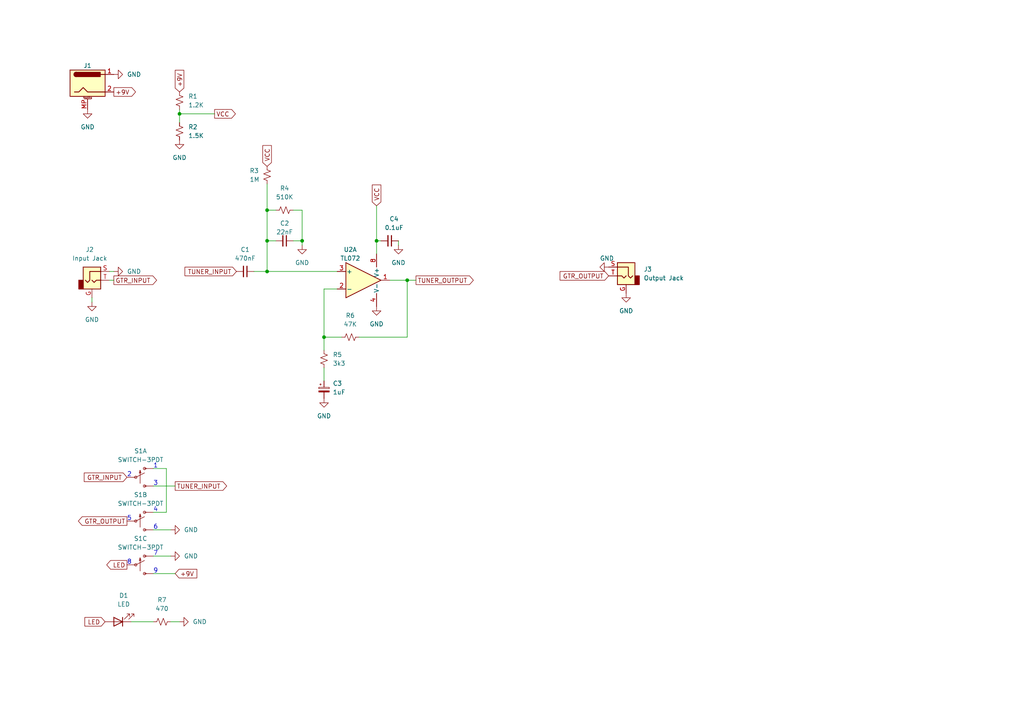
<source format=kicad_sch>
(kicad_sch (version 20211123) (generator eeschema)
  (paper "A4")
  (title_block (title "Finus - Digital Tuner") (date "2022-12-14") (rev "1.0") (company "Beseta") (comment 1 "Designed by Emilio Bernal") (comment 2 "ATTiny Version"))
  (lib_symbols
    (symbol "Amplifier_Operational:TL072" (pin_names (offset 0.127))
      (property "Reference" "U" (at 0 5.08 0))
      (property "Value" "TL072" (at 0 -5.08 0))
      (symbol "TL072_1_1"
        (polyline (pts (xy -5.08 5.08) (xy 5.08 0) (xy -5.08 -5.08) (xy -5.08 5.08)) (stroke (width 0.254)) (fill (type background)))
        (pin output line (at 7.62 0 180) (length 2.54) (name "~") (number "1"))
        (pin input line (at -7.62 -2.54 0) (length 2.54) (name "-") (number "2"))
        (pin input line (at -7.62 2.54 0) (length 2.54) (name "+") (number "3"))
      )
      (symbol "TL072_2_1"
        (polyline (pts (xy -5.08 5.08) (xy 5.08 0) (xy -5.08 -5.08) (xy -5.08 5.08)) (stroke (width 0.254)) (fill (type background)))
        (pin input line (at -7.62 2.54 0) (length 2.54) (name "+") (number "5"))
        (pin input line (at -7.62 -2.54 0) (length 2.54) (name "-") (number "6"))
        (pin output line (at 7.62 0 180) (length 2.54) (name "~") (number "7"))
      )
      (symbol "TL072_3_1"
        (pin power_in line (at -2.54 -7.62 90) (length 3.81) (name "V-") (number "4"))
        (pin power_in line (at -2.54 7.62 270) (length 3.81) (name "V+") (number "8"))
      )
    )
    (symbol "Connector:AudioJack2_Ground"
      (property "Reference" "J" (at 0 8.89 0))
      (property "Value" "AudioJack2_Ground" (at 0 6.35 0))
      (symbol "AudioJack2_Ground_0_1"
        (rectangle (start -2.54 -2.54) (end -3.81 0) (stroke (width 0.254)) (fill (type outline)))
        (polyline (pts (xy 0 0) (xy 0.635 -0.635) (xy 1.27 0) (xy 2.54 0)) (stroke (width 0.254)))
        (polyline (pts (xy 2.54 2.54) (xy -0.635 2.54) (xy -0.635 0) (xy -1.27 -0.635) (xy -1.905 0)) (stroke (width 0.254)))
        (rectangle (start 2.54 3.81) (end -2.54 -2.54) (stroke (width 0.254)) (fill (type background)))
      )
      (symbol "AudioJack2_Ground_1_1"
        (pin passive line (at 0 -5.08 90) (length 2.54) (name "~") (number "G"))
        (pin passive line (at 5.08 2.54 180) (length 2.54) (name "~") (number "S"))
        (pin passive line (at 5.08 0 180) (length 2.54) (name "~") (number "T"))
      )
    )
    (symbol "Connector:Barrel_Jack_MountingPin" (pin_names hide)
      (property "Reference" "J" (at 0 5.334 0))
      (property "Value" "Barrel_Jack_MountingPin" (at 1.27 -6.35 0))
      (symbol "Barrel_Jack_MountingPin_0_1"
        (rectangle (start -5.08 3.81) (end 5.08 -3.81) (stroke (width 0.254)) (fill (type background)))
        (arc (start -3.302 3.175) (mid -3.937 2.54) (end -3.302 1.905) (stroke (width 0.254)))
        (arc (start -3.302 3.175) (mid -3.937 2.54) (end -3.302 1.905) (stroke (width 0.254)) (fill (type outline)))
        (polyline (pts (xy 5.08 2.54) (xy 3.81 2.54)) (stroke (width 0.254)))
        (polyline (pts (xy -3.81 -2.54) (xy -2.54 -2.54) (xy -1.27 -1.27) (xy 0 -2.54) (xy 2.54 -2.54) (xy 5.08 -2.54)) (stroke (width 0.254)))
        (rectangle (start 3.683 3.175) (end -3.302 1.905) (stroke (width 0.254)) (fill (type outline)))
      )
      (symbol "Barrel_Jack_MountingPin_1_1"
        (polyline (pts (xy -1.016 -4.572) (xy 1.016 -4.572)) (stroke (width 0.1524)))
        (text "Mounting" (at 0 -4.191 0) (effects (font (size 0.381 0.381))))
        (pin passive line (at 7.62 2.54 180) (length 2.54) (name "~") (number "1"))
        (pin passive line (at 7.62 -2.54 180) (length 2.54) (name "~") (number "2"))
        (pin passive line (at 0 -7.62 90) (length 3.048) (name "MountPin") (number "MP"))
      )
    )
    (symbol "Device:C_Polarized_Small" (pin_numbers hide) (pin_names (offset 0.254) hide)
      (property "Reference" "C" (at 0.254 1.778 0))
      (property "Value" "C_Polarized_Small" (at 0.254 -2.032 0))
      (symbol "C_Polarized_Small_0_1"
        (rectangle (start -1.524 -0.3048) (end 1.524 -0.6858) (fill (type outline)))
        (rectangle (start -1.524 0.6858) (end 1.524 0.3048))
        (polyline (pts (xy -1.27 1.524) (xy -0.762 1.524)))
        (polyline (pts (xy -1.016 1.27) (xy -1.016 1.778)))
      )
      (symbol "C_Polarized_Small_1_1"
        (pin passive line (at 0 2.54 270) (length 1.8542) (name "~") (number "1"))
        (pin passive line (at 0 -2.54 90) (length 1.8542) (name "~") (number "2"))
      )
    )
    (symbol "Device:C_Small" (pin_numbers hide) (pin_names (offset 0.254) hide)
      (property "Reference" "C" (at 0.254 1.778 0))
      (property "Value" "C_Small" (at 0.254 -2.032 0))
      (symbol "C_Small_0_1"
        (polyline (pts (xy -1.524 -0.508) (xy 1.524 -0.508)) (stroke (width 0.3302)))
        (polyline (pts (xy -1.524 0.508) (xy 1.524 0.508)) (stroke (width 0.3048)))
      )
      (symbol "C_Small_1_1"
        (pin passive line (at 0 2.54 270) (length 2.032) (name "~") (number "1"))
        (pin passive line (at 0 -2.54 90) (length 2.032) (name "~") (number "2"))
      )
    )
    (symbol "Device:LED" (pin_numbers hide) (pin_names (offset 1.016) hide)
      (property "Reference" "D" (at 0 2.54 0))
      (property "Value" "LED" (at 0 -2.54 0))
      (symbol "LED_0_1"
        (polyline (pts (xy -1.27 -1.27) (xy -1.27 1.27)) (stroke (width 0.254)))
        (polyline (pts (xy -1.27 0) (xy 1.27 0)))
        (polyline (pts (xy 1.27 -1.27) (xy 1.27 1.27) (xy -1.27 0) (xy 1.27 -1.27)) (stroke (width 0.254)))
        (polyline (pts (xy -3.048 -0.762) (xy -4.572 -2.286) (xy -3.81 -2.286) (xy -4.572 -2.286) (xy -4.572 -1.524)))
        (polyline (pts (xy -1.778 -0.762) (xy -3.302 -2.286) (xy -2.54 -2.286) (xy -3.302 -2.286) (xy -3.302 -1.524)))
      )
      (symbol "LED_1_1"
        (pin passive line (at -3.81 0 0) (length 2.54) (name "K") (number "1"))
        (pin passive line (at 3.81 0 180) (length 2.54) (name "A") (number "2"))
      )
    )
    (symbol "Device:R_Small_US" (pin_numbers hide) (pin_names (offset 0.254) hide)
      (property "Reference" "R" (at 0.762 0.508 0))
      (property "Value" "R_Small_US" (at 0.762 -1.016 0))
      (symbol "R_Small_US_1_1"
        (polyline (pts (xy 0 0) (xy 1.016 -0.381) (xy 0 -0.762) (xy -1.016 -1.143) (xy 0 -1.524)))
        (polyline (pts (xy 0 1.524) (xy 1.016 1.143) (xy 0 0.762) (xy -1.016 0.381) (xy 0 0)))
        (pin passive line (at 0 2.54 270) (length 1.016) (name "~") (number "1"))
        (pin passive line (at 0 -2.54 90) (length 1.016) (name "~") (number "2"))
      )
    )
    (symbol "SparkFun-Electromechanical:SWITCH-3PDT" (pin_numbers hide) (pin_names (offset 1.016) hide)
      (property "Reference" "S" (at -4.445 -6.35 0))
      (property "Value" "SWITCH-3PDT" (at -5.08 3.81 0))
      (symbol "SWITCH-3PDT_1_0"
        (polyline (pts (xy -2.54 0) (xy 0 1.27)))
        (polyline (pts (xy -1.524 1.27) (xy -1.016 1.27)))
        (polyline (pts (xy -1.27 -1.778) (xy -1.27 2.032)))
        (polyline (pts (xy -1.27 2.032) (xy -1.524 1.27)))
        (polyline (pts (xy -1.016 1.27) (xy -1.27 2.032)))
        (polyline (pts (xy 0 -2.54) (xy 0.635 -2.54)))
        (polyline (pts (xy 0 2.54) (xy 0.635 2.54)))
      )
      (symbol "SWITCH-3PDT_1_1"
        (circle (center -2.54 0) (radius 0.3556))
        (circle (center 0 -2.54) (radius 0.3556))
        (circle (center 0 2.54) (radius 0.3556))
        (pin passive line (at 2.54 2.54 180) (length 2.54) (name "O") (number "P$1"))
        (pin passive line (at -5.08 0 0) (length 2.54) (name "P") (number "P$2"))
        (pin passive line (at 2.54 -2.54 180) (length 2.54) (name "S") (number "P$3"))
      )
      (symbol "SWITCH-3PDT_2_0"
        (polyline (pts (xy -2.54 0) (xy 0 1.27)))
        (polyline (pts (xy -1.524 1.27) (xy -1.016 1.27)))
        (polyline (pts (xy -1.27 -1.778) (xy -1.27 2.032)))
        (polyline (pts (xy -1.27 2.032) (xy -1.524 1.27)))
        (polyline (pts (xy -1.016 1.27) (xy -1.27 2.032)))
        (polyline (pts (xy 0 -2.54) (xy 0.635 -2.54)))
        (polyline (pts (xy 0 2.54) (xy 0.635 2.54)))
      )
      (symbol "SWITCH-3PDT_2_1"
        (circle (center -2.54 0) (radius 0.3556))
        (circle (center 0 -2.54) (radius 0.3556))
        (circle (center 0 2.54) (radius 0.3556))
        (pin passive line (at 2.54 2.54 180) (length 2.54) (name "O") (number "P$4"))
        (pin passive line (at -5.08 0 0) (length 2.54) (name "P") (number "P$5"))
        (pin passive line (at 2.54 -2.54 180) (length 2.54) (name "S") (number "P$6"))
      )
      (symbol "SWITCH-3PDT_3_0"
        (polyline (pts (xy -2.54 0) (xy 0 1.27)))
        (polyline (pts (xy -1.524 1.27) (xy -1.016 1.27)))
        (polyline (pts (xy -1.27 -1.778) (xy -1.27 2.032)))
        (polyline (pts (xy -1.27 2.032) (xy -1.524 1.27)))
        (polyline (pts (xy -1.016 1.27) (xy -1.27 2.032)))
        (polyline (pts (xy 0 -2.54) (xy 0.635 -2.54)))
        (polyline (pts (xy 0 2.54) (xy 0.635 2.54)))
      )
      (symbol "SWITCH-3PDT_3_1"
        (circle (center -2.54 0) (radius 0.3556))
        (circle (center 0 -2.54) (radius 0.3556))
        (circle (center 0 2.54) (radius 0.3556))
        (pin passive line (at 2.54 2.54 180) (length 2.54) (name "O") (number "P$7"))
        (pin passive line (at -5.08 0 0) (length 2.54) (name "P") (number "P$8"))
        (pin passive line (at 2.54 -2.54 180) (length 2.54) (name "S") (number "P$9"))
      )
    )
    (symbol "power:GND" (power) (pin_names (offset 0))
      (property "Value" "GND" (at 0 -3.81 0))
      (symbol "GND_0_1"
        (polyline (pts (xy 0 0) (xy 0 -1.27) (xy 1.27 -1.27) (xy 0 -2.54) (xy -1.27 -1.27) (xy 0 -1.27)))
      )
      (symbol "GND_1_1"
        (pin power_in line (at 0 0 270) (length 0) hide (name "GND") (number "1"))
      )
    )
  )
  (junction (at 77.47 69.85))
  (junction (at 52.07 33.02))
  (junction (at 77.47 60.96))
  (junction (at 109.22 69.85))
  (junction (at 77.47 78.74))
  (junction (at 93.98 97.79))
  (junction (at 87.63 69.85))
  (junction (at 118.11 81.28))
  (wire (pts (xy 77.47 69.85) (xy 77.47 78.74)))
  (wire (pts (xy 109.22 59.69) (xy 109.22 69.85)))
  (wire (pts (xy 38.1 180.34) (xy 44.45 180.34)))
  (wire (pts (xy 118.11 81.28) (xy 113.03 81.28)))
  (wire (pts (xy 31.75 81.28) (xy 33.02 81.28)))
  (wire (pts (xy 87.63 60.96) (xy 87.63 69.85)))
  (wire (pts (xy 120.65 81.28) (xy 118.11 81.28)))
  (wire (pts (xy 93.98 83.82) (xy 97.79 83.82)))
  (wire (pts (xy 109.22 69.85) (xy 109.22 73.66)))
  (wire (pts (xy 77.47 53.34) (xy 77.47 60.96)))
  (wire (pts (xy 110.49 69.85) (xy 109.22 69.85)))
  (wire (pts (xy 44.45 161.29) (xy 49.53 161.29)))
  (wire (pts (xy 48.26 148.59) (xy 48.26 135.89)))
  (wire (pts (xy 87.63 69.85) (xy 85.09 69.85)))
  (wire (pts (xy 49.53 153.67) (xy 44.45 153.67)))
  (wire (pts (xy 115.57 69.85) (xy 115.57 71.12)))
  (wire (pts (xy 48.26 135.89) (xy 44.45 135.89)))
  (wire (pts (xy 93.98 97.79) (xy 93.98 101.6)))
  (wire (pts (xy 87.63 60.96) (xy 85.09 60.96)))
  (wire (pts (xy 87.63 69.85) (xy 87.63 71.12)))
  (wire (pts (xy 52.07 31.75) (xy 52.07 33.02)))
  (wire (pts (xy 52.07 33.02) (xy 62.23 33.02)))
  (wire (pts (xy 44.45 140.97) (xy 50.8 140.97)))
  (wire (pts (xy 118.11 97.79) (xy 104.14 97.79)))
  (wire (pts (xy 52.07 33.02) (xy 52.07 35.56)))
  (wire (pts (xy 93.98 83.82) (xy 93.98 97.79)))
  (wire (pts (xy 26.67 86.36) (xy 26.67 87.63)))
  (wire (pts (xy 77.47 78.74) (xy 97.79 78.74)))
  (wire (pts (xy 50.8 166.37) (xy 44.45 166.37)))
  (wire (pts (xy 93.98 110.49) (xy 93.98 106.68)))
  (wire (pts (xy 44.45 148.59) (xy 48.26 148.59)))
  (wire (pts (xy 118.11 81.28) (xy 118.11 97.79)))
  (wire (pts (xy 31.75 78.74) (xy 33.02 78.74)))
  (wire (pts (xy 77.47 60.96) (xy 80.01 60.96)))
  (wire (pts (xy 80.01 69.85) (xy 77.47 69.85)))
  (wire (pts (xy 77.47 69.85) (xy 77.47 60.96)))
  (wire (pts (xy 52.07 180.34) (xy 49.53 180.34)))
  (wire (pts (xy 73.66 78.74) (xy 77.47 78.74)))
  (wire (pts (xy 93.98 97.79) (xy 99.06 97.79)))
  (text "5" (at 36.83 151.13 0) (effects (font (size 1.27 1.27)) (justify left bottom)))
  (text "3" (at 44.45 140.97 0) (effects (font (size 1.27 1.27)) (justify left bottom)))
  (text "2" (at 36.83 138.43 0) (effects (font (size 1.27 1.27)) (justify left bottom)))
  (text "8" (at 36.83 163.83 0) (effects (font (size 1.27 1.27)) (justify left bottom)))
  (text "9" (at 44.45 166.37 0) (effects (font (size 1.27 1.27)) (justify left bottom)))
  (text "1\n" (at 44.45 135.89 0) (effects (font (size 1.27 1.27)) (justify left bottom)))
  (text "6" (at 44.45 153.67 0) (effects (font (size 1.27 1.27)) (justify left bottom)))
  (text "7" (at 44.45 161.29 0) (effects (font (size 1.27 1.27)) (justify left bottom)))
  (text "4" (at 44.45 148.59 0) (effects (font (size 1.27 1.27)) (justify left bottom)))
  (global_label "LED" (shape output) (at 36.83 163.83 180) (property "Intersheet References" "${INTERSHEET_REFS}" (effects hide)))
  (global_label "TUNER_OUTPUT" (shape output) (at 120.65 81.28 0) (property "Intersheet References" "${INTERSHEET_REFS}" (effects hide)))
  (global_label "GTR_INPUT" (shape input) (at 36.83 138.43 180) (property "Intersheet References" "${INTERSHEET_REFS}" (effects hide)))
  (global_label "GTR_OUTPUT" (shape input) (at 176.53 80.01 180) (property "Intersheet References" "${INTERSHEET_REFS}" (effects hide)))
  (global_label "TUNER_INPUT" (shape output) (at 50.8 140.97 0) (property "Intersheet References" "${INTERSHEET_REFS}" (effects hide)))
  (global_label "VCC" (shape input) (at 77.47 48.26 90) (property "Intersheet References" "${INTERSHEET_REFS}" (effects hide)))
  (global_label "VCC" (shape output) (at 62.23 33.02 0) (property "Intersheet References" "${INTERSHEET_REFS}" (effects hide)))
  (global_label "VCC" (shape input) (at 109.22 59.69 90) (property "Intersheet References" "${INTERSHEET_REFS}" (effects hide)))
  (global_label "+9V" (shape input) (at 50.8 166.37 0) (property "Intersheet References" "${INTERSHEET_REFS}" (effects hide)))
  (global_label "GTR_INPUT" (shape output) (at 33.02 81.28 0) (property "Intersheet References" "${INTERSHEET_REFS}" (effects hide)))
  (global_label "+9V" (shape output) (at 33.02 26.67 0) (property "Intersheet References" "${INTERSHEET_REFS}" (effects hide)))
  (global_label "GTR_OUTPUT" (shape output) (at 36.83 151.13 180) (property "Intersheet References" "${INTERSHEET_REFS}" (effects hide)))
  (global_label "TUNER_INPUT" (shape input) (at 68.58 78.74 180) (property "Intersheet References" "${INTERSHEET_REFS}" (effects hide)))
  (global_label "+9V" (shape input) (at 52.07 26.67 90) (property "Intersheet References" "${INTERSHEET_REFS}" (effects hide)))
  (global_label "LED" (shape input) (at 30.48 180.34 180) (property "Intersheet References" "${INTERSHEET_REFS}" (effects hide)))
  (symbol (lib_id "Connector:Barrel_Jack_MountingPin") (at 25.4 24.13 0) (unit 1)
    (property "Reference" "J1" (at 25.4 19.05 0))
    (property "Value" "DC Jack" (effects hide))
    (property "Footprint" "Connector_BarrelJack:BarrelJack_CLIFF_FC681465S_SMT_Horizontal" (effects hide))
  )
  (symbol (lib_id "Amplifier_Operational:TL072") (at 105.41 81.28 0) (unit 1)
    (property "Reference" "U2" (at 101.6 72.39 0))
    (property "Value" "TL072" (at 101.6 74.93 0))
    (property "Datasheet" "http://www.ti.com/lit/ds/symlink/tl071.pdf" (effects hide))
  )
  (symbol (lib_id "power:GND") (at 115.57 71.12 0) (unit 1)
    (property "Reference" "#PWR0109" (effects hide))
    (property "Value" "GND" (at 115.57 76.2 0))
  )
  (symbol (lib_id "Device:C_Small") (at 82.55 69.85 270) (unit 1)
    (property "Reference" "C2" (at 82.5564 64.77 90))
    (property "Value" "22nF" (at 82.55 67.31 90))
  )
  (symbol (lib_id "power:GND") (at 181.61 85.09 0) (unit 1)
    (property "Reference" "#PWR05" (effects hide))
    (property "Value" "GND" (at 181.61 90.17 0))
  )
  (symbol (lib_id "power:GND") (at 25.4 31.75 0) (unit 1)
    (property "Reference" "#PWR08" (effects hide))
    (property "Value" "GND" (at 25.4 36.83 0))
  )
  (symbol (lib_id "power:GND") (at 49.53 153.67 90) (unit 1)
    (property "Reference" "#PWR02" (effects hide))
    (property "Value" "GND" (at 53.34 153.6699 90) (effects (justify right)))
  )
  (symbol (lib_id "power:GND") (at 87.63 71.12 0) (unit 1)
    (property "Reference" "#PWR0110" (effects hide))
    (property "Value" "GND" (at 87.63 76.2 0))
  )
  (symbol (lib_id "Device:R_Small_US") (at 101.6 97.79 90) (unit 1)
    (property "Reference" "R6" (at 101.6 91.5137 90))
    (property "Value" "47K" (at 101.6 94.0537 90))
  )
  (symbol (lib_id "power:GND") (at 176.53 77.47 270) (unit 1)
    (property "Reference" "#PWR04" (effects hide))
    (property "Value" "GND" (at 173.99 74.93 90) (effects (justify left)))
  )
  (symbol (lib_id "SparkFun-Electromechanical:SWITCH-3PDT") (at 41.91 163.83 0) (unit 3)
    (property "Reference" "S1" (at 40.7797 156.21 0))
    (property "Value" "SWITCH-3PDT" (at 40.7797 158.75 0))
    (property "Footprint" "SparkFun-Electromechanical:STOMP-SWITCH-3PDT" (effects hide))
  )
  (symbol (lib_id "Connector:AudioJack2_Ground") (at 181.61 80.01 0) (mirror y) (unit 1)
    (property "Reference" "J3" (at 186.69 78.1049 0) (effects (justify right)))
    (property "Value" "Output Jack" (at 186.69 80.6449 0) (effects (justify right)))
  )
  (symbol (lib_id "power:GND") (at 49.53 161.29 90) (unit 1)
    (property "Reference" "#PWR03" (effects hide))
    (property "Value" "GND" (at 53.34 161.2899 90) (effects (justify right)))
  )
  (symbol (lib_id "Device:R_Small_US") (at 93.98 104.14 0) (unit 1)
    (property "Reference" "R5" (at 96.52 102.8699 0) (effects (justify left)))
    (property "Value" "3k3" (at 96.52 105.4099 0) (effects (justify left)))
  )
  (symbol (lib_id "power:GND") (at 26.67 87.63 0) (unit 1)
    (property "Reference" "#PWR0105" (effects hide))
    (property "Value" "GND" (at 26.67 92.71 0))
  )
  (symbol (lib_id "power:GND") (at 93.98 115.57 0) (unit 1)
    (property "Reference" "#PWR0106" (effects hide))
    (property "Value" "GND" (at 93.98 120.65 0))
  )
  (symbol (lib_id "Device:R_Small_US") (at 46.99 180.34 90) (unit 1)
    (property "Reference" "R7" (at 46.99 173.99 90))
    (property "Value" "470" (at 46.99 176.53 90))
  )
  (symbol (lib_id "SparkFun-Electromechanical:SWITCH-3PDT") (at 41.91 138.43 0) (unit 1)
    (property "Reference" "S1" (at 40.7797 130.81 0))
    (property "Value" "SWITCH-3PDT" (at 40.7797 133.35 0))
    (property "Footprint" "SparkFun-Electromechanical:STOMP-SWITCH-3PDT" (effects hide))
  )
  (symbol (lib_id "Device:C_Small") (at 71.12 78.74 270) (unit 1)
    (property "Reference" "C1" (at 71.1136 72.39 90))
    (property "Value" "470nF" (at 71.1136 74.93 90))
  )
  (symbol (lib_id "power:GND") (at 33.02 21.59 90) (unit 1)
    (property "Reference" "#PWR09" (effects hide))
    (property "Value" "GND" (at 36.83 21.5899 90) (effects (justify right)))
  )
  (symbol (lib_id "power:GND") (at 109.22 88.9 0) (unit 1)
    (property "Reference" "#PWR0108" (effects hide))
    (property "Value" "GND" (at 109.22 93.98 0))
  )
  (symbol (lib_id "Device:C_Polarized_Small") (at 93.98 113.03 0) (unit 1)
    (property "Reference" "C3" (at 96.52 111.2138 0) (effects (justify left)))
    (property "Value" "1uF" (at 96.52 113.7538 0) (effects (justify left)))
  )
  (symbol (lib_id "power:GND") (at 52.07 180.34 90) (unit 1)
    (property "Reference" "#PWR06" (effects hide))
    (property "Value" "GND" (at 55.88 180.3399 90) (effects (justify right)))
  )
  (symbol (lib_id "Device:R_Small_US") (at 52.07 29.21 0) (unit 1)
    (property "Reference" "R1" (at 54.61 27.9399 0) (effects (justify left)))
    (property "Value" "1.2K" (at 54.61 30.4799 0) (effects (justify left)))
  )
  (symbol (lib_id "Device:C_Small") (at 113.03 69.85 270) (unit 1)
    (property "Reference" "C4" (at 114.3 63.5 90))
    (property "Value" "0.1uF" (at 114.3 66.04 90))
  )
  (symbol (lib_id "Amplifier_Operational:TL072") (at 111.76 81.28 0) (unit 3)
    (property "Reference" "U2" (effects hide))
    (property "Value" "TL072" (effects hide))
    (property "Datasheet" "http://www.ti.com/lit/ds/symlink/tl071.pdf" (effects hide))
  )
  (symbol (lib_id "Device:LED") (at 34.29 180.34 180) (unit 1)
    (property "Reference" "D1" (at 35.8775 172.72 0))
    (property "Value" "LED" (at 35.8775 175.26 0))
  )
  (symbol (lib_id "SparkFun-Electromechanical:SWITCH-3PDT") (at 41.91 151.13 0) (unit 2)
    (property "Reference" "S1" (at 40.7797 143.51 0))
    (property "Value" "SWITCH-3PDT" (at 40.7797 146.05 0))
    (property "Footprint" "SparkFun-Electromechanical:STOMP-SWITCH-3PDT" (effects hide))
  )
  (symbol (lib_id "Device:R_Small_US") (at 77.47 50.8 0) (unit 1)
    (property "Reference" "R3" (at 72.39 49.53 0) (effects (justify left)))
    (property "Value" "1M" (at 72.39 52.07 0) (effects (justify left)))
  )
  (symbol (lib_id "Device:R_Small_US") (at 52.07 38.1 0) (unit 1)
    (property "Reference" "R2" (at 54.61 36.8299 0) (effects (justify left)))
    (property "Value" "1.5K" (at 54.61 39.3699 0) (effects (justify left)))
  )
  (symbol (lib_id "power:GND") (at 33.02 78.74 90) (unit 1)
    (property "Reference" "#PWR01" (effects hide))
    (property "Value" "GND" (at 36.83 78.7399 90) (effects (justify right)))
  )
  (symbol (lib_id "Device:R_Small_US") (at 82.55 60.96 90) (unit 1)
    (property "Reference" "R4" (at 82.55 54.61 90))
    (property "Value" "510K" (at 82.55 57.15 90))
  )
  (symbol (lib_id "Connector:AudioJack2_Ground") (at 26.67 81.28 0) (unit 1)
    (property "Reference" "J2" (at 26.035 72.39 0))
    (property "Value" "Input Jack" (at 26.035 74.93 0))
  )
  (symbol (lib_id "power:GND") (at 52.07 40.64 0) (unit 1)
    (property "Reference" "#PWR010" (effects hide))
    (property "Value" "GND" (at 52.07 45.72 0))
  )
)
</source>
